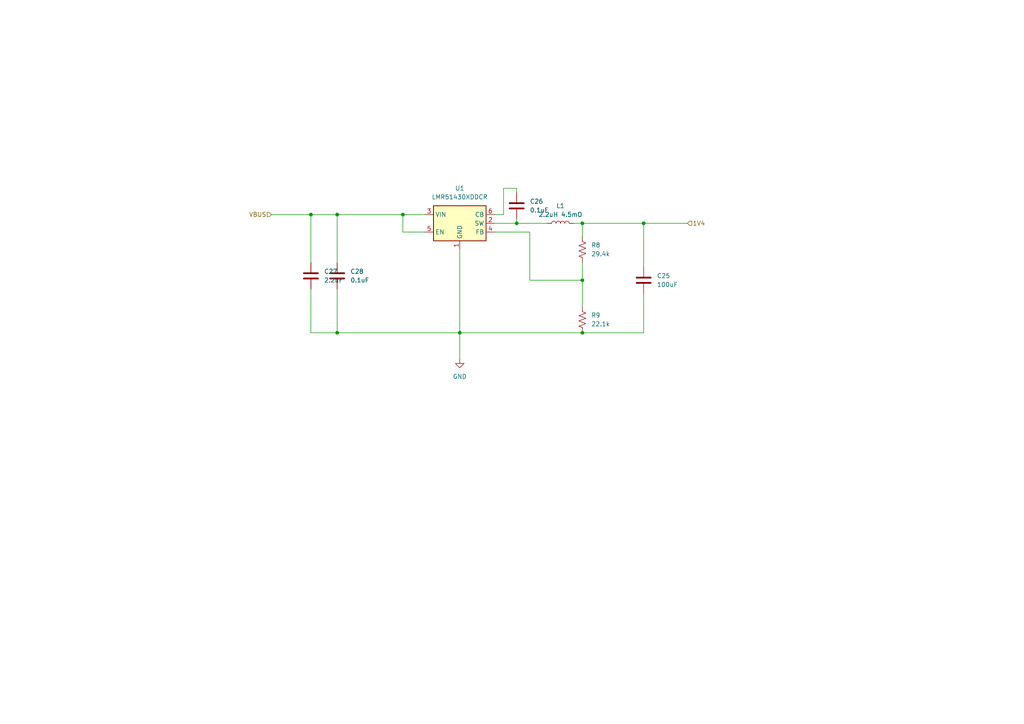
<source format=kicad_sch>
(kicad_sch (version 20231120) (generator "eeschema") (generator_version "8.0")
  (paper "A4")
  (lib_symbols
    (symbol "Device:C" (pin_numbers hide) (pin_names (offset 0.254))
      (property "Reference" "C" (at 0.635 2.54 0))
      (property "Value" "C" (at 0.635 -2.54 0))
      (symbol "C_0_1"
        (polyline (pts (xy -2.032 -0.762) (xy 2.032 -0.762)) (stroke (width 0.508)))
        (polyline (pts (xy -2.032 0.762) (xy 2.032 0.762)) (stroke (width 0.508)))
      )
      (symbol "C_1_1"
        (pin passive line (at 0 3.81 270) (length 2.794) (name "~") (number "1"))
        (pin passive line (at 0 -3.81 90) (length 2.794) (name "~") (number "2"))
      )
    )
    (symbol "Device:L" (pin_numbers hide) (pin_names (offset 1.016) hide)
      (property "Reference" "L" (at -1.27 0 90))
      (property "Value" "L" (at 1.905 0 90))
      (symbol "L_0_1"
        (arc (start 0 -2.54) (mid 0.6323 -1.905) (end 0 -1.27))
        (arc (start 0 -1.27) (mid 0.6323 -0.635) (end 0 0))
        (arc (start 0 0) (mid 0.6323 0.635) (end 0 1.27))
        (arc (start 0 1.27) (mid 0.6323 1.905) (end 0 2.54))
      )
      (symbol "L_1_1"
        (pin passive line (at 0 3.81 270) (length 1.27) (name "1") (number "1"))
        (pin passive line (at 0 -3.81 90) (length 1.27) (name "2") (number "2"))
      )
    )
    (symbol "Device:R_US" (pin_numbers hide) (pin_names (offset 0))
      (property "Reference" "R" (at 2.54 0 90))
      (property "Value" "R_US" (at -2.54 0 90))
      (symbol "R_US_0_1"
        (polyline (pts (xy 0 -2.286) (xy 0 -2.54)))
        (polyline (pts (xy 0 2.286) (xy 0 2.54)))
        (polyline (pts (xy 0 -0.762) (xy 1.016 -1.143) (xy 0 -1.524) (xy -1.016 -1.905) (xy 0 -2.286)))
        (polyline (pts (xy 0 0.762) (xy 1.016 0.381) (xy 0 0) (xy -1.016 -0.381) (xy 0 -0.762)))
        (polyline (pts (xy 0 2.286) (xy 1.016 1.905) (xy 0 1.524) (xy -1.016 1.143) (xy 0 0.762)))
      )
      (symbol "R_US_1_1"
        (pin passive line (at 0 3.81 270) (length 1.27) (name "~") (number "1"))
        (pin passive line (at 0 -3.81 90) (length 1.27) (name "~") (number "2"))
      )
    )
    (symbol "Regulator_Switching:LMR51430"
      (property "Reference" "U" (at -7.62 6.35 0))
      (property "Value" "LMR51430" (at 0 6.35 0))
      (symbol "LMR51430_0_1"
        (rectangle (start -7.62 5.08) (end 7.62 -5.08) (stroke (width 0.254)) (fill (type background)))
      )
      (symbol "LMR51430_1_1"
        (pin power_in line (at 0 -7.62 90) (length 2.54) (name "GND") (number "1"))
        (pin power_out line (at 10.16 0 180) (length 2.54) (name "SW") (number "2"))
        (pin power_in line (at -10.16 2.54 0) (length 2.54) (name "VIN") (number "3"))
        (pin input line (at 10.16 -2.54 180) (length 2.54) (name "FB") (number "4"))
        (pin input line (at -10.16 -2.54 0) (length 2.54) (name "EN") (number "5"))
        (pin passive line (at 10.16 2.54 180) (length 2.54) (name "CB") (number "6"))
      )
    )
    (symbol "power:GND" (power) (pin_numbers hide) (pin_names (offset 0) hide)
      (property "Value" "GND" (at 0 -3.81 0))
      (symbol "GND_0_1"
        (polyline (pts (xy 0 0) (xy 0 -1.27) (xy 1.27 -1.27) (xy 0 -2.54) (xy -1.27 -1.27) (xy 0 -1.27)))
      )
      (symbol "GND_1_1"
        (pin power_in line (at 0 0 270) (length 0) (name "~") (number "1"))
      )
    )
  )
  (junction (at 168.91 81.28))
  (junction (at 149.86 64.77))
  (junction (at 133.35 96.52))
  (junction (at 168.91 96.52))
  (junction (at 186.69 64.77))
  (junction (at 97.79 96.52))
  (junction (at 168.91 64.77))
  (junction (at 97.79 62.23))
  (junction (at 90.17 62.23))
  (junction (at 116.84 62.23))
  (wire (pts (xy 97.79 83.82) (xy 97.79 96.52)))
  (wire (pts (xy 133.35 96.52) (xy 133.35 104.14)))
  (wire (pts (xy 133.35 96.52) (xy 168.91 96.52)))
  (wire (pts (xy 186.69 77.47) (xy 186.69 64.77)))
  (wire (pts (xy 97.79 96.52) (xy 90.17 96.52)))
  (wire (pts (xy 153.67 81.28) (xy 168.91 81.28)))
  (wire (pts (xy 143.51 64.77) (xy 149.86 64.77)))
  (wire (pts (xy 123.19 67.31) (xy 116.84 67.31)))
  (wire (pts (xy 149.86 63.5) (xy 149.86 64.77)))
  (wire (pts (xy 143.51 62.23) (xy 146.05 62.23)))
  (wire (pts (xy 90.17 62.23) (xy 90.17 76.2)))
  (wire (pts (xy 168.91 64.77) (xy 168.91 68.58)))
  (wire (pts (xy 149.86 54.61) (xy 149.86 55.88)))
  (wire (pts (xy 97.79 62.23) (xy 116.84 62.23)))
  (wire (pts (xy 186.69 64.77) (xy 168.91 64.77)))
  (wire (pts (xy 90.17 83.82) (xy 90.17 96.52)))
  (wire (pts (xy 146.05 62.23) (xy 146.05 54.61)))
  (wire (pts (xy 116.84 67.31) (xy 116.84 62.23)))
  (wire (pts (xy 133.35 96.52) (xy 97.79 96.52)))
  (wire (pts (xy 116.84 62.23) (xy 123.19 62.23)))
  (wire (pts (xy 90.17 62.23) (xy 97.79 62.23)))
  (wire (pts (xy 168.91 76.2) (xy 168.91 81.28)))
  (wire (pts (xy 149.86 64.77) (xy 158.75 64.77)))
  (wire (pts (xy 168.91 81.28) (xy 168.91 88.9)))
  (wire (pts (xy 133.35 72.39) (xy 133.35 96.52)))
  (wire (pts (xy 166.37 64.77) (xy 168.91 64.77)))
  (wire (pts (xy 97.79 62.23) (xy 97.79 76.2)))
  (wire (pts (xy 146.05 54.61) (xy 149.86 54.61)))
  (wire (pts (xy 78.74 62.23) (xy 90.17 62.23)))
  (wire (pts (xy 186.69 96.52) (xy 186.69 85.09)))
  (wire (pts (xy 186.69 64.77) (xy 199.39 64.77)))
  (wire (pts (xy 153.67 67.31) (xy 153.67 81.28)))
  (wire (pts (xy 168.91 96.52) (xy 186.69 96.52)))
  (wire (pts (xy 143.51 67.31) (xy 153.67 67.31)))
  (hierarchical_label "1V4" (shape input) (at 199.39 64.77 0))
  (hierarchical_label "VBUS" (shape input) (at 78.74 62.23 180))
  (symbol (lib_id "power:GND") (at 133.35 104.14 0) (unit 1)
    (property "Reference" "#PWR06" (effects (hide yes)))
    (property "Value" "GND" (at 133.35 109.22 0))
    (property "Description" "Power symbol creates a global label with name \"GND\" , ground" (effects (hide yes)))
  )
  (symbol (lib_id "Device:C") (at 97.79 80.01 0) (unit 1)
    (property "Reference" "C28" (at 101.6 78.7399 0) (effects (justify left)))
    (property "Value" "0.1uF" (at 101.6 81.2799 0) (effects (justify left)))
    (property "Footprint" "Capacitor_SMD:C_0603_1608Metric" (effects (hide yes)))
    (property "Description" "Unpolarized capacitor" (effects (hide yes)))
    (property "PARTNO" "GRM188R71H104KA93D" (effects (hide yes)))
    (property "DK" "490-1519-2-ND" (effects (hide yes)))
  )
  (symbol (lib_id "Device:R_US") (at 168.91 72.39 0) (unit 1)
    (property "Reference" "R8" (at 171.45 71.1199 0) (effects (justify left)))
    (property "Value" "29.4k" (at 171.45 73.6599 0) (effects (justify left)))
    (property "Footprint" "Resistor_SMD:R_0402_1005Metric" (effects (hide yes)))
    (property "Datasheet" "https://www.yageo.com/upload/media/product/products/datasheet/rchip/PYu-RC_Group_51_RoHS_L_12.pdf" (effects (hide yes)))
    (property "Description" "Resistor, US symbol" (effects (hide yes)))
    (property "PARTNO" "RC0603FR-0729K4L" (effects (hide yes)))
    (property "DK" "311-29.4KHRTR-ND" (effects (hide yes)))
  )
  (symbol (lib_id "Device:C") (at 90.17 80.01 0) (unit 1)
    (property "Reference" "C27" (at 93.98 78.7399 0) (effects (justify left)))
    (property "Value" "2.2uF" (at 93.98 81.2799 0) (effects (justify left)))
    (property "Footprint" "Capacitor_SMD:C_0603_1608Metric" (effects (hide yes)))
    (property "Datasheet" "https://search.murata.co.jp/Ceramy/image/img/A01X/G101/ENG/GRM188R71A225KE15-01.pdf" (effects (hide yes)))
    (property "Description" "Unpolarized capacitor" (effects (hide yes)))
    (property "PARTNO" "GRM188R71A225KE15D" (effects (hide yes)))
    (property "DK" "490-4520-2-ND" (effects (hide yes)))
  )
  (symbol (lib_id "Regulator_Switching:LMR51430") (at 133.35 64.77 0) (unit 1)
    (property "Reference" "U1" (at 133.35 54.61 0))
    (property "Value" "LMR51430XDDCR" (at 133.35 57.15 0))
    (property "Footprint" "Package_TO_SOT_SMD:SOT-23-6" (effects (hide yes)))
    (property "Datasheet" "https://www.ti.com/lit/ds/symlink/lmr51430.pdf" (effects (hide yes)))
    (property "Description" "4.5-V to 36-V, 3-A synchronous buck converter with 40-µA IQ, SOT-23-6" (effects (hide yes)))
  )
  (symbol (lib_id "Device:R_US") (at 168.91 92.71 0) (unit 1)
    (property "Reference" "R9" (at 171.45 91.4399 0) (effects (justify left)))
    (property "Value" "22.1k" (at 171.45 93.9799 0) (effects (justify left)))
    (property "Footprint" "Resistor_SMD:R_0402_1005Metric" (effects (hide yes)))
    (property "Datasheet" "https://www.vishay.com/docs/20035/dcrcwe3.pdf" (effects (hide yes)))
    (property "Description" "Resistor, US symbol" (effects (hide yes)))
    (property "PARTNO" "CRCW040222K1FKED" (effects (hide yes)))
    (property "DK" "541-22.1KLTR-ND" (effects (hide yes)))
  )
  (symbol (lib_id "Device:L") (at 162.56 64.77 90) (unit 1)
    (property "Reference" "L1" (at 162.56 59.69 90))
    (property "Value" "2.2uH 4.5mO" (at 162.56 62.23 90))
    (property "Footprint" "bitaxe:IND_IHLP-3232DZ_VIS" (effects (hide yes)))
    (property "Datasheet" "https://www.eaton.com/content/dam/eaton/products/electronic-components/resources/data-sheet/eaton-dr-high-power-density-high-efficiency-shielded-drum-core-power-inductors-data-sheet.pdf" (effects (hide yes)))
    (property "Description" "Inductor" (effects (hide yes)))
    (property "PARTNO" "IHLP3232DZER2R2M11" (effects (hide yes)))
    (property "DK" "541-1350-2-ND" (effects (hide yes)))
  )
  (symbol (lib_id "Device:C") (at 186.69 81.28 0) (unit 1)
    (property "Reference" "C25" (at 190.5 80.0099 0) (effects (justify left)))
    (property "Value" "100uF" (at 190.5 82.5499 0) (effects (justify left)))
    (property "Footprint" "Capacitor_SMD:C_1210_3225Metric" (effects (hide yes)))
    (property "Datasheet" "https://search.murata.co.jp/Ceramy/image/img/A01X/G101/ENG/GRM32EC80J107ME20-01.pdf" (effects (hide yes)))
    (property "Description" "Unpolarized capacitor" (effects (hide yes)))
    (property "PARTNO" "GRM32EC80J107ME20L" (effects (hide yes)))
    (property "DK" "490-6533-2-ND" (effects (hide yes)))
  )
  (symbol (lib_id "Device:C") (at 149.86 59.69 0) (unit 1)
    (property "Reference" "C26" (at 153.67 58.4199 0) (effects (justify left)))
    (property "Value" "0.1uF" (at 153.67 60.9599 0) (effects (justify left)))
    (property "Footprint" "Capacitor_SMD:C_0402_1005Metric" (effects (hide yes)))
    (property "Datasheet" "https://search.murata.co.jp/Ceramy/image/img/A01X/G101/ENG/GRM155R71C104KA88-01.pdf" (effects (hide yes)))
    (property "Description" "Unpolarized capacitor" (effects (hide yes)))
    (property "PARTNO" "  GRM155R71C104KA88D" (effects (hide yes)))
    (property "DK" "490-3261-2-ND" (effects (hide yes)))
  )
)
</source>
